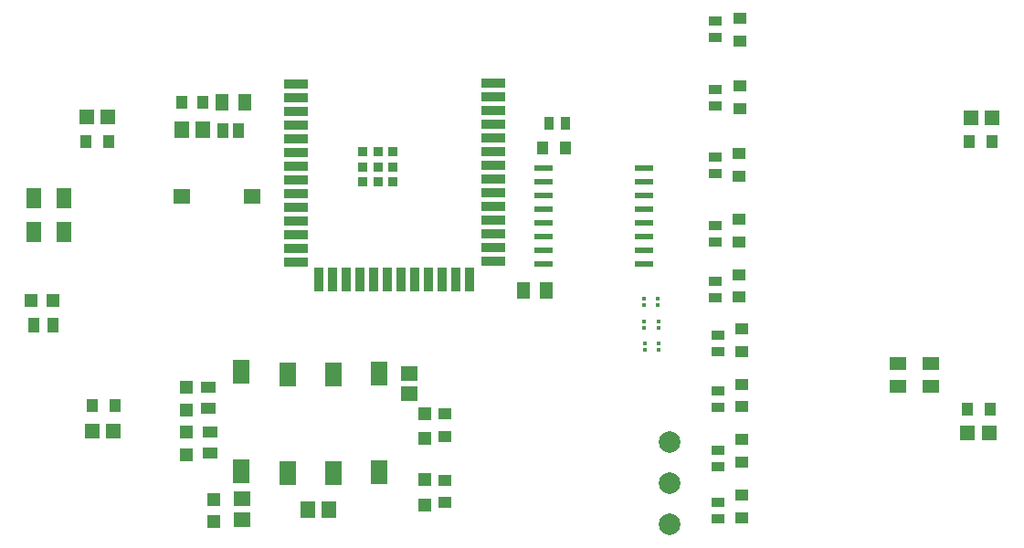
<source format=gtp>
%FSTAX23Y23*%
%MOIN*%
%SFA1B1*%

%IPPOS*%
%AMD44*
4,1,8,0.033500,-0.008900,0.033500,0.008900,0.031500,0.010800,-0.031500,0.010800,-0.033500,0.008900,-0.033500,-0.008900,-0.031500,-0.010800,0.031500,-0.010800,0.033500,-0.008900,0.0*
1,1,0.003898,0.031500,-0.008900*
1,1,0.003898,0.031500,0.008900*
1,1,0.003898,-0.031500,0.008900*
1,1,0.003898,-0.031500,-0.008900*
%
%ADD20R,0.035433X0.035433*%
%ADD21R,0.035433X0.088582*%
%ADD22R,0.088582X0.035433*%
%ADD23R,0.015748X0.014961*%
%ADD24R,0.053937X0.075197*%
%ADD25C,0.078740*%
%ADD26R,0.039370X0.049212*%
%ADD27R,0.051181X0.043307*%
%ADD28R,0.049689X0.037594*%
%ADD29R,0.059378X0.047500*%
%ADD30R,0.047500X0.059378*%
%ADD31R,0.043307X0.051181*%
%ADD32R,0.062992X0.085827*%
%ADD33R,0.062992X0.086614*%
%ADD34R,0.037594X0.049689*%
%ADD35R,0.053342X0.057563*%
%ADD36R,0.045275X0.045275*%
%ADD37R,0.061024X0.053150*%
%ADD38R,0.047244X0.047244*%
%ADD39R,0.059055X0.055118*%
%ADD40R,0.041339X0.057087*%
%ADD41R,0.043307X0.053150*%
%ADD42R,0.055118X0.059055*%
%ADD43R,0.047244X0.047244*%
G04~CAMADD=44~8~0.0~0.0~216.5~669.3~19.5~0.0~15~0.0~0.0~0.0~0.0~0~0.0~0.0~0.0~0.0~0~0.0~0.0~0.0~270.0~670.0~217.0*
%ADD44D44*%
%ADD45R,0.055441X0.039626*%
%LNpcb1-1*%
%LPD*%
G54D20*
X09287Y04899D03*
X09232D03*
X09177D03*
X09287Y04788D03*
X09232D03*
X09177D03*
X09287Y04844D03*
X09177D03*
X09232D03*
G54D21*
X09566Y04433D03*
X09516D03*
X09466D03*
X09416D03*
X09366D03*
X09316D03*
X09266D03*
X09216D03*
X09166D03*
X09116D03*
X09066D03*
X09016D03*
G54D22*
X09651Y05148D03*
Y04498D03*
Y04548D03*
Y04598D03*
Y04648D03*
Y04698D03*
Y04748D03*
Y04798D03*
Y04848D03*
Y04898D03*
Y04948D03*
Y04998D03*
Y05048D03*
Y05098D03*
X08932Y04997D03*
Y04947D03*
Y04897D03*
Y04847D03*
Y04797D03*
Y04747D03*
Y04697D03*
Y04647D03*
Y04597D03*
Y04547D03*
Y04497D03*
Y05047D03*
Y05097D03*
Y05147D03*
G54D23*
X10206Y04198D03*
Y04176D03*
X10204Y04279D03*
Y04256D03*
Y0434D03*
Y04362D03*
X10255Y04176D03*
Y04198D03*
Y04256D03*
Y04278D03*
X10253Y04362D03*
Y0434D03*
G54D24*
X08087Y0473D03*
X07975D03*
X08087Y04606D03*
X07975D03*
G54D25*
X10295Y03838D03*
Y0369D03*
X10295Y0354D03*
G54D26*
X08515Y0508D03*
X08594D03*
G54D27*
X10548Y04368D03*
Y0445D03*
X09477Y03619D03*
Y03701D03*
Y0386D03*
Y03942D03*
X10548Y0457D03*
Y04653D03*
X10558Y04171D03*
Y04253D03*
Y03968D03*
Y04051D03*
Y03765D03*
Y03848D03*
Y03562D03*
Y03645D03*
X10549Y04892D03*
Y04809D03*
X10551Y05139D03*
Y05057D03*
Y05385D03*
Y05303D03*
G54D28*
X10462Y04365D03*
Y04426D03*
Y04568D03*
Y04629D03*
X10472Y04168D03*
Y04229D03*
Y03965D03*
Y04026D03*
Y0375D03*
Y03811D03*
Y0356D03*
Y03621D03*
X10462Y04881D03*
Y0482D03*
Y05126D03*
Y05065D03*
Y05376D03*
Y05315D03*
G54D29*
X1125Y04127D03*
Y04044D03*
X11128Y04127D03*
Y04044D03*
G54D30*
X09762Y04393D03*
X09845D03*
X08746Y0508D03*
X08663D03*
G54D31*
X09915Y04914D03*
X09832D03*
X08167Y04937D03*
X0825D03*
X08271Y03972D03*
X08188D03*
X11467Y0396D03*
X11384D03*
X11388Y04935D03*
X11471D03*
G54D32*
X09068Y03725D03*
X08902Y04087D03*
X08733Y04095D03*
X09237Y03729D03*
G54D33*
X09068Y04087D03*
X08902Y03725D03*
X08733Y03733D03*
X09237Y0409D03*
G54D34*
X09916Y05002D03*
X09855D03*
G54D35*
X08169Y05025D03*
X08246D03*
X08266Y0388D03*
X08189D03*
X11461Y03872D03*
X11384D03*
X11396Y05022D03*
X11473D03*
G54D36*
X09404Y0361D03*
Y03702D03*
Y03852D03*
Y03944D03*
G54D37*
X08736Y03555D03*
Y03632D03*
G54D38*
X08634Y03549D03*
Y03631D03*
X08532Y03875D03*
Y03792D03*
X08533Y04039D03*
Y03956D03*
G54D39*
X08772Y04737D03*
X08517D03*
X09347Y04016D03*
Y0409D03*
G54D40*
X08047Y04267D03*
X07975D03*
G54D41*
X08667Y04976D03*
X08722D03*
G54D42*
X08592Y04979D03*
X08517D03*
X09052Y03592D03*
X08977D03*
G54D43*
X08047Y04355D03*
X07965D03*
G54D44*
X09836Y0484D03*
Y0479D03*
Y0474D03*
Y0469D03*
Y0464D03*
Y0459D03*
Y0454D03*
Y0449D03*
X10202Y0484D03*
Y0479D03*
Y0474D03*
Y0469D03*
Y0464D03*
Y0459D03*
Y0454D03*
Y0449D03*
G54D45*
X08618Y038D03*
Y03875D03*
X08612Y03963D03*
Y04038D03*
M02*
</source>
